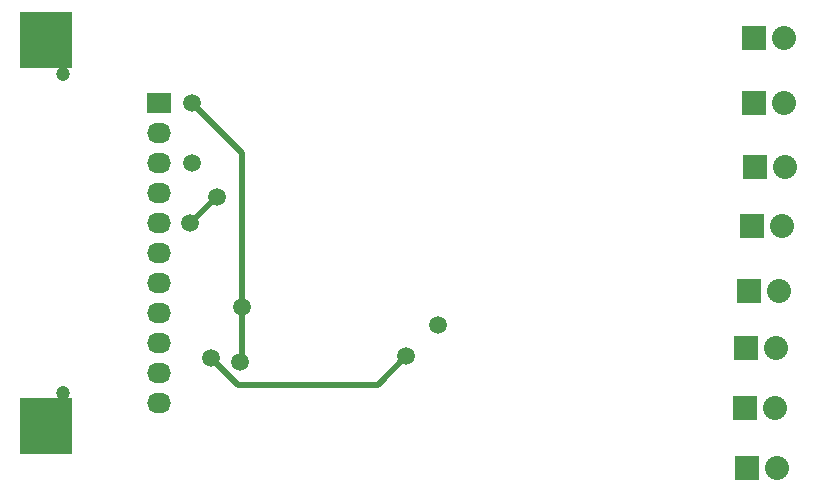
<source format=gbr>
G04 #@! TF.FileFunction,Copper,L2,Bot,Signal*
%FSLAX46Y46*%
G04 Gerber Fmt 4.6, Leading zero omitted, Abs format (unit mm)*
G04 Created by KiCad (PCBNEW 4.0.5+dfsg1-4~bpo8+1) date Thu Oct 19 12:35:36 2017*
%MOMM*%
%LPD*%
G01*
G04 APERTURE LIST*
%ADD10C,0.100000*%
%ADD11R,2.032000X1.727200*%
%ADD12O,2.032000X1.727200*%
%ADD13R,2.032000X2.032000*%
%ADD14O,2.032000X2.032000*%
%ADD15C,1.200000*%
%ADD16R,4.500000X4.850000*%
%ADD17C,1.500000*%
%ADD18C,0.500000*%
G04 APERTURE END LIST*
D10*
D11*
X111760000Y-73533000D03*
D12*
X111760000Y-76073000D03*
X111760000Y-78613000D03*
X111760000Y-81153000D03*
X111760000Y-83693000D03*
X111760000Y-86233000D03*
X111760000Y-88773000D03*
X111760000Y-91313000D03*
X111760000Y-93853000D03*
X111760000Y-96393000D03*
X111760000Y-98933000D03*
D13*
X162110000Y-67990000D03*
D14*
X164650000Y-67990000D03*
D13*
X162110000Y-73515000D03*
D14*
X164650000Y-73515000D03*
D13*
X162175000Y-78975000D03*
D14*
X164715000Y-78975000D03*
D13*
X161980000Y-83980000D03*
D14*
X164520000Y-83980000D03*
D13*
X161720000Y-89440000D03*
D14*
X164260000Y-89440000D03*
D13*
X161460000Y-94250000D03*
D14*
X164000000Y-94250000D03*
D13*
X161395000Y-99320000D03*
D14*
X163935000Y-99320000D03*
D13*
X161525000Y-104455000D03*
D14*
X164065000Y-104455000D03*
D15*
X103575000Y-98065000D03*
X103575000Y-71065000D03*
D16*
X102175000Y-100915000D03*
X102175000Y-68215000D03*
D17*
X118560000Y-95420000D03*
X114530000Y-73515000D03*
X118755000Y-90805000D03*
X135330000Y-92300000D03*
X114530000Y-78585000D03*
X116675000Y-81445000D03*
X114400000Y-83720000D03*
X116155000Y-95095000D03*
X132665000Y-94965000D03*
D18*
X118755000Y-90805000D02*
X118755000Y-77740000D01*
X118755000Y-77740000D02*
X114530000Y-73515000D01*
X118755000Y-90805000D02*
X118755000Y-95225000D01*
X118560000Y-95420000D02*
X118755000Y-95225000D01*
X114465000Y-73450000D02*
X114465000Y-73320000D01*
X114530000Y-73515000D02*
X114465000Y-73450000D01*
X118755000Y-90805000D02*
X119015000Y-90545000D01*
X135330000Y-92300000D02*
X135265000Y-92300000D01*
X114530000Y-78585000D02*
X114530000Y-78325000D01*
X114400000Y-83720000D02*
X116675000Y-81445000D01*
X114400000Y-83720000D02*
X114400000Y-83850000D01*
X116155000Y-95095000D02*
X118430000Y-97370000D01*
X118430000Y-97370000D02*
X130260000Y-97370000D01*
X130260000Y-97370000D02*
X132665000Y-94965000D01*
X132665000Y-94965000D02*
X132665000Y-95030000D01*
M02*

</source>
